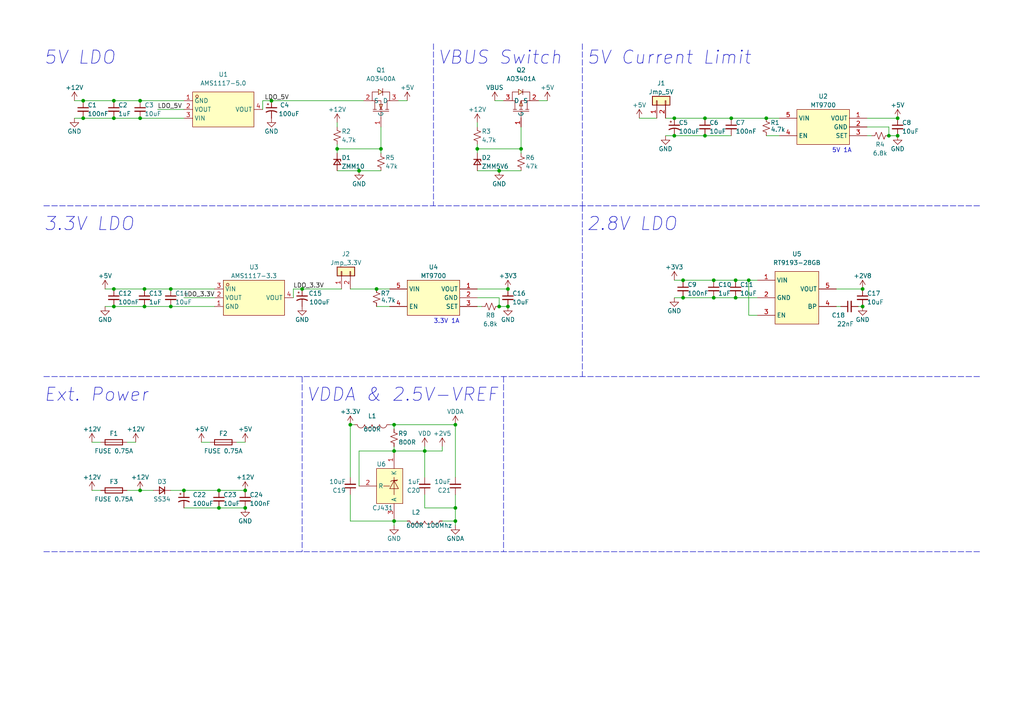
<source format=kicad_sch>
(kicad_sch (version 20211123) (generator eeschema)
  (paper "A4")
  (title_block (title "Power") (date "2022-10-21") (rev "100") (company "A. Chen") (comment 1 "CCTV3_F407ZET_REV100"))
  (lib_symbols
    (symbol "Connector_Generic:Conn_01x02" (pin_names (offset 1.016) hide)
      (property "Reference" "J" (at 0 2.54 0))
      (property "Value" "Conn_01x02" (at 0 -5.08 0))
      (symbol "Conn_01x02_1_1"
        (rectangle (start -1.27 -2.413) (end 0 -2.667) (stroke (width 0.1524)))
        (rectangle (start -1.27 0.127) (end 0 -0.127) (stroke (width 0.1524)))
        (rectangle (start -1.27 1.27) (end 1.27 -3.81) (stroke (width 0.254)) (fill (type background)))
        (pin passive line (at -5.08 0 0) (length 3.81) (name "Pin_1") (number "1"))
        (pin passive line (at -5.08 -2.54 0) (length 3.81) (name "Pin_2") (number "2"))
      )
    )
    (symbol "Device:D_Small" (pin_numbers hide) (pin_names (offset 0.254) hide)
      (property "Reference" "D" (at -1.27 2.032 0))
      (property "Value" "D_Small" (at -3.81 -2.032 0))
      (symbol "D_Small_0_1"
        (polyline (pts (xy -0.762 -1.016) (xy -0.762 1.016)) (stroke (width 0.254)))
        (polyline (pts (xy -0.762 0) (xy 0.762 0)))
        (polyline (pts (xy 0.762 -1.016) (xy -0.762 0) (xy 0.762 1.016) (xy 0.762 -1.016)) (stroke (width 0.254)))
      )
      (symbol "D_Small_1_1"
        (pin passive line (at -2.54 0 0) (length 1.778) (name "K") (number "1"))
        (pin passive line (at 2.54 0 180) (length 1.778) (name "A") (number "2"))
      )
    )
    (symbol "Device:D_Zener_Small" (pin_numbers hide) (pin_names (offset 0.254) hide)
      (property "Reference" "D" (at 0 2.286 0))
      (property "Value" "D_Zener_Small" (at 0 -2.286 0))
      (symbol "D_Zener_Small_0_1"
        (polyline (pts (xy 0.762 0) (xy -0.762 0)))
        (polyline (pts (xy -0.254 1.016) (xy -0.762 1.016) (xy -0.762 -1.016)) (stroke (width 0.254)))
        (polyline (pts (xy 0.762 1.016) (xy -0.762 0) (xy 0.762 -1.016) (xy 0.762 1.016)) (stroke (width 0.254)))
      )
      (symbol "D_Zener_Small_1_1"
        (pin passive line (at -2.54 0 0) (length 1.778) (name "K") (number "1"))
        (pin passive line (at 2.54 0 180) (length 1.778) (name "A") (number "2"))
      )
    )
    (symbol "Device:Fuse" (pin_numbers hide) (pin_names (offset 0))
      (property "Reference" "F" (at 2.032 0 90))
      (property "Value" "Fuse" (at -1.905 0 90))
      (symbol "Fuse_0_1"
        (rectangle (start -0.762 -2.54) (end 0.762 2.54) (stroke (width 0.254)))
        (polyline (pts (xy 0 2.54) (xy 0 -2.54)))
      )
      (symbol "Fuse_1_1"
        (pin passive line (at 0 3.81 270) (length 1.27) (name "~") (number "1"))
        (pin passive line (at 0 -3.81 90) (length 1.27) (name "~") (number "2"))
      )
    )
    (symbol "lcsc_parts:AMS1117-3.3"
      (property "Reference" "U" (at 0 7.62 0))
      (property "Value" "AMS1117-3.3" (at 0 -7.62 0))
      (symbol "AMS1117-3.3_0_1"
        (rectangle (start -8.89 5.08) (end 8.89 -5.08) (fill (type background)))
        (circle (center -7.62 3.81) (radius 0.38))
        (pin unspecified line (at -11.43 -2.54 0) (length 2.54) (name "GND") (number "1"))
        (pin unspecified line (at -11.43 0 0) (length 2.54) (name "VOUT") (number "2"))
        (pin unspecified line (at -11.43 2.54 0) (length 2.54) (name "VIN") (number "3"))
        (pin unspecified line (at 11.43 0 180) (length 2.54) (name "VOUT") (number "4"))
      )
    )
    (symbol "lcsc_parts:AMS1117-5.0"
      (property "Reference" "U" (at 0 7.62 0))
      (property "Value" "AMS1117-5.0" (at 0 -7.62 0))
      (symbol "AMS1117-5.0_0_1"
        (rectangle (start -8.89 5.08) (end 8.89 -5.08) (fill (type background)))
        (circle (center -7.62 3.81) (radius 0.38))
        (pin unspecified line (at -11.43 2.54 0) (length 2.54) (name "GND") (number "1"))
        (pin unspecified line (at -11.43 0 0) (length 2.54) (name "VOUT") (number "2"))
        (pin unspecified line (at -11.43 -2.54 0) (length 2.54) (name "VIN") (number "3"))
        (pin unspecified line (at 11.43 0 180) (length 2.54) (name "VOUT") (number "4"))
      )
    )
    (symbol "lcsc_parts:AO3400A"
      (property "Reference" "Q" (at 0 10.16 0))
      (property "Value" "AO3400A" (at 0 -10.16 0))
      (symbol "AO3400A_0_1"
        (polyline (pts (xy -2.54 0) (xy -0.51 0)))
        (polyline (pts (xy -0.51 2.29) (xy -0.51 -2.29)))
        (polyline (pts (xy 0 -2.29) (xy 0 -1.27)))
        (polyline (pts (xy 0 -0.51) (xy 0 0.51)))
        (polyline (pts (xy 0 2.29) (xy 0 1.27)))
        (polyline (pts (xy 2.54 -1.78) (xy 0 -1.78)))
        (polyline (pts (xy 0 0) (xy 1.52 -0.51) (xy 1.52 0.51) (xy 0 0)) (fill (type background)))
        (polyline (pts (xy 5.08 0.51) (xy 4.32 -0.76) (xy 5.84 -0.76) (xy 5.08 0.51)) (fill (type background)))
        (polyline (pts (xy 6.1 0.51) (xy 5.59 0.51) (xy 4.57 0.51) (xy 4.06 0.51)))
        (polyline (pts (xy 0 0) (xy 2.54 0) (xy 2.54 -2.54) (xy 5.08 -2.54) (xy 5.08 -0.76)))
        (polyline (pts (xy 0 1.78) (xy 2.54 1.78) (xy 2.54 2.54) (xy 5.08 2.54) (xy 5.08 0.51)))
        (pin unspecified line (at -5.08 0 0) (length 2.54) (name "G") (number "1"))
        (pin unspecified line (at 2.54 -5.08 90) (length 2.54) (name "S") (number "2"))
        (pin unspecified line (at 2.54 5.08 270) (length 2.54) (name "D") (number "3"))
      )
    )
    (symbol "lcsc_parts:AO3401A"
      (property "Reference" "Q" (at 0 10.16 0))
      (property "Value" "AO3401A" (at 0 -10.16 0))
      (symbol "AO3401A_0_1"
        (polyline (pts (xy -2.54 0) (xy -0.51 0)))
        (polyline (pts (xy -0.51 2.29) (xy -0.51 -2.29)))
        (polyline (pts (xy 0 -2.29) (xy 0 -1.27)))
        (polyline (pts (xy 0 -0.51) (xy 0 0.51)))
        (polyline (pts (xy 0 1.27) (xy 0 2.29)))
        (polyline (pts (xy 2.54 -1.78) (xy 0 -1.78)))
        (polyline (pts (xy 2.54 1.78) (xy 0 1.78)))
        (polyline (pts (xy 0 0) (xy 2.54 0) (xy 2.54 -2.54)))
        (polyline (pts (xy 2.54 -2.54) (xy 5.08 -2.54) (xy 5.08 -0.51)))
        (polyline (pts (xy 2.54 0) (xy 1.02 0.51) (xy 1.02 -0.51) (xy 2.54 0)) (fill (type background)))
        (polyline (pts (xy 2.54 1.78) (xy 2.54 2.54) (xy 5.08 2.54) (xy 5.08 0.76)))
        (polyline (pts (xy 5.08 -0.51) (xy 5.84 0.76) (xy 4.32 0.76) (xy 5.08 -0.51)) (fill (type background)))
        (polyline (pts (xy 5.84 -0.51) (xy 5.59 -0.51) (xy 4.57 -0.51) (xy 4.32 -0.51)))
        (pin unspecified line (at -5.08 0 0) (length 2.54) (name "G") (number "1"))
        (pin unspecified line (at 2.54 -5.08 90) (length 2.54) (name "S") (number "2"))
        (pin unspecified line (at 2.54 5.08 270) (length 2.54) (name "D") (number "3"))
      )
    )
    (symbol "lcsc_parts:CJ431_C3113"
      (property "Reference" "U" (at 0 15.24 0))
      (property "Value" "CJ431_C3113" (at 0 -15.24 0))
      (symbol "CJ431_C3113_0_1"
        (rectangle (start -1.27 5.08) (end 6.35 -5.08) (fill (type background)))
        (polyline (pts (xy 0.76 0) (xy 2.54 0) (xy 0.76 0)) (fill (type background)))
        (polyline (pts (xy 3.05 1.52) (xy 2.79 1.27) (xy 3.05 1.52)) (fill (type background)))
        (polyline (pts (xy 3.81 2.54) (xy 3.81 -2.54) (xy 3.81 2.54)) (fill (type background)))
        (polyline (pts (xy 3.05 1.52) (xy 4.57 1.52) (xy 4.83 1.78) (xy 3.05 1.52)) (fill (type background)))
        (polyline (pts (xy 3.81 1.52) (xy 2.54 -0.76) (xy 5.08 -0.76) (xy 3.81 1.52) (xy 3.81 1.52)) (fill (type background)))
        (pin unspecified line (at 3.81 10.16 270) (length 5.08) (name "K") (number "1"))
        (pin unspecified line (at -6.35 0 0) (length 5.08) (name "R") (number "2"))
        (pin unspecified line (at 3.81 -10.16 90) (length 5.08) (name "A") (number "3"))
      )
    )
    (symbol "lcsc_parts:Cap" (pin_numbers hide) (pin_names (offset 0.254) hide)
      (property "Reference" "C" (at 0.254 1.778 0))
      (property "Value" "Cap" (at 0.254 -2.032 0))
      (symbol "Cap_0_1"
        (polyline (pts (xy -1.524 -0.508) (xy 1.524 -0.508)) (stroke (width 0.3302)))
        (polyline (pts (xy -1.524 0.508) (xy 1.524 0.508)) (stroke (width 0.3048)))
      )
      (symbol "Cap_1_1"
        (pin passive line (at 0 2.54 270) (length 2.032) (name "~") (number "1"))
        (pin passive line (at 0 -2.54 90) (length 2.032) (name "~") (number "2"))
      )
    )
    (symbol "lcsc_parts:Cap_Polarized" (pin_numbers hide) (pin_names (offset 0.254) hide)
      (property "Reference" "C" (at 0.254 1.778 0))
      (property "Value" "Cap_Polarized" (at 0.254 -2.032 0))
      (symbol "Cap_Polarized_0_1"
        (polyline (pts (xy -1.524 0.508) (xy 1.524 0.508)) (stroke (width 0.3048)))
        (polyline (pts (xy -1.27 1.524) (xy -0.762 1.524)))
        (polyline (pts (xy -1.016 1.27) (xy -1.016 1.778)))
        (arc (start 1.524 -0.762) (mid 0 -0.3734) (end -1.524 -0.762) (stroke (width 0.3048)))
      )
      (symbol "Cap_Polarized_1_1"
        (pin passive line (at 0 2.54 270) (length 2.032) (name "~") (number "1"))
        (pin passive line (at 0 -2.54 90) (length 2.032) (name "~") (number "2"))
      )
    )
    (symbol "lcsc_parts:GZ1608D601TF" (pin_numbers hide) (pin_names hide)
      (property "Reference" "L" (at 0 5.08 0))
      (property "Value" "GZ1608D601TF" (at 0 -5.08 0))
      (symbol "GZ1608D601TF_0_1"
        (arc (start -4.29 -0.02) (mid -2.52 -0.79) (end -2.27 -0.02))
        (arc (start -2.13 -0.02) (mid -0.36 -0.79) (end -0.11 -0.02))
        (arc (start 0.02 -0.02) (mid 1.79 -0.79) (end 2.04 -0.02))
        (arc (start 2.21 -0.02) (mid 3.3 -1.12) (end 4.23 -0.02))
        (pin unspecified line (at -5.08 0 0) (length 0.762) (name "1") (number "1"))
        (pin unspecified line (at 5.08 0 180) (length 0.762) (name "2") (number "2"))
      )
    )
    (symbol "lcsc_parts:MT9700"
      (property "Reference" "U" (at 0 7.62 0))
      (property "Value" "MT9700" (at 0 -7.62 0))
      (symbol "MT9700_0_1"
        (rectangle (start -7.62 5.08) (end 7.62 -5.08) (fill (type background)))
        (pin unspecified line (at -12.7 -2.54 0) (length 5.08) (name "VOUT") (number "1"))
        (pin unspecified line (at -12.7 0 0) (length 5.08) (name "GND") (number "2"))
        (pin unspecified line (at -12.7 2.54 0) (length 5.08) (name "SET") (number "3"))
        (pin unspecified line (at 12.7 2.54 180) (length 5.08) (name "EN") (number "4"))
        (pin unspecified line (at 12.7 -2.54 180) (length 5.08) (name "VIN") (number "5"))
      )
    )
    (symbol "lcsc_parts:RT9193-28GB"
      (property "Reference" "U" (at 0 10.16 0))
      (property "Value" "RT9193-28GB" (at 0 -10.16 0))
      (symbol "RT9193-28GB_0_1"
        (rectangle (start -6.35 7.62) (end 6.35 -7.62) (fill (type background)))
        (pin unspecified line (at -11.43 5.08 0) (length 5.08) (name "VIN") (number "1"))
        (pin unspecified line (at -11.43 0 0) (length 5.08) (name "GND") (number "2"))
        (pin unspecified line (at -11.43 -5.08 0) (length 5.08) (name "EN") (number "3"))
        (pin unspecified line (at 11.43 -2.54 180) (length 5.08) (name "BP") (number "4"))
        (pin unspecified line (at 11.43 2.54 180) (length 5.08) (name "VOUT") (number "5"))
      )
    )
    (symbol "lcsc_parts:Res" (pin_numbers hide) (pin_names (offset 0.254) hide)
      (property "Reference" "R" (at 0.762 0.508 0))
      (property "Value" "Res" (at 0.762 -1.016 0))
      (symbol "Res_1_1"
        (polyline (pts (xy 0 0) (xy 1.016 -0.381) (xy 0 -0.762) (xy -1.016 -1.143) (xy 0 -1.524)))
        (polyline (pts (xy 0 1.524) (xy 1.016 1.143) (xy 0 0.762) (xy -1.016 0.381) (xy 0 0)))
        (pin passive line (at 0 2.54 270) (length 1.016) (name "~") (number "1"))
        (pin passive line (at 0 -2.54 90) (length 1.016) (name "~") (number "2"))
      )
    )
    (symbol "power:+12V" (power) (pin_names (offset 0))
      (property "Value" "+12V" (at 0 3.556 0))
      (symbol "+12V_0_1"
        (polyline (pts (xy -0.762 1.27) (xy 0 2.54)))
        (polyline (pts (xy 0 0) (xy 0 2.54)))
        (polyline (pts (xy 0 2.54) (xy 0.762 1.27)))
      )
      (symbol "+12V_1_1"
        (pin power_in line (at 0 0 90) (length 0) hide (name "+12V") (number "1"))
      )
    )
    (symbol "power:+12VIN" (power) (pin_names (offset 0))
      (property "Value" "+12VIN" (at 0 3.556 0))
      (symbol "+12VIN_0_1"
        (polyline (pts (xy -0.762 1.27) (xy 0 2.54)))
        (polyline (pts (xy 0 0) (xy 0 2.54)))
        (polyline (pts (xy 0 2.54) (xy 0.762 1.27)))
      )
      (symbol "+12VIN_1_1"
        (pin power_in line (at 0 0 90) (length 0) hide (name "+12V") (number "1"))
      )
    )
    (symbol "power:+12V_DC" (power) (pin_names (offset 0))
      (property "Value" "+12V_DC" (at 0 3.556 0))
      (symbol "+12V_DC_0_1"
        (polyline (pts (xy -0.762 1.27) (xy 0 2.54)))
        (polyline (pts (xy 0 0) (xy 0 2.54)))
        (polyline (pts (xy 0 2.54) (xy 0.762 1.27)))
      )
      (symbol "+12V_DC_1_1"
        (pin power_in line (at 0 0 90) (length 0) hide (name "+12V") (number "1"))
      )
    )
    (symbol "power:+2V5" (power) (pin_names (offset 0))
      (property "Value" "+2V5" (at 0 3.556 0))
      (symbol "+2V5_0_1"
        (polyline (pts (xy -0.762 1.27) (xy 0 2.54)))
        (polyline (pts (xy 0 0) (xy 0 2.54)))
        (polyline (pts (xy 0 2.54) (xy 0.762 1.27)))
      )
      (symbol "+2V5_1_1"
        (pin power_in line (at 0 0 90) (length 0) hide (name "+2V5") (number "1"))
      )
    )
    (symbol "power:+2V8" (power) (pin_names (offset 0))
      (property "Value" "+2V8" (at 0 3.556 0))
      (symbol "+2V8_0_1"
        (polyline (pts (xy -0.762 1.27) (xy 0 2.54)))
        (polyline (pts (xy 0 0) (xy 0 2.54)))
        (polyline (pts (xy 0 2.54) (xy 0.762 1.27)))
      )
      (symbol "+2V8_1_1"
        (pin power_in line (at 0 0 90) (length 0) hide (name "+2V8") (number "1"))
      )
    )
    (symbol "power:+3.3V" (power) (pin_names (offset 0))
      (property "Value" "+3.3V" (at 0 3.556 0))
      (symbol "+3.3V_0_1"
        (polyline (pts (xy -0.762 1.27) (xy 0 2.54)))
        (polyline (pts (xy 0 0) (xy 0 2.54)))
        (polyline (pts (xy 0 2.54) (xy 0.762 1.27)))
      )
      (symbol "+3.3V_1_1"
        (pin power_in line (at 0 0 90) (length 0) hide (name "+3.3V") (number "1"))
      )
    )
    (symbol "power:+3V3" (power) (pin_names (offset 0))
      (property "Value" "+3V3" (at 0 3.556 0))
      (symbol "+3V3_0_1"
        (polyline (pts (xy -0.762 1.27) (xy 0 2.54)))
        (polyline (pts (xy 0 0) (xy 0 2.54)))
        (polyline (pts (xy 0 2.54) (xy 0.762 1.27)))
      )
      (symbol "+3V3_1_1"
        (pin power_in line (at 0 0 90) (length 0) hide (name "+3V3") (number "1"))
      )
    )
    (symbol "power:+5V" (power) (pin_names (offset 0))
      (property "Value" "+5V" (at 0 3.556 0))
      (symbol "+5V_0_1"
        (polyline (pts (xy -0.762 1.27) (xy 0 2.54)))
        (polyline (pts (xy 0 0) (xy 0 2.54)))
        (polyline (pts (xy 0 2.54) (xy 0.762 1.27)))
      )
      (symbol "+5V_1_1"
        (pin power_in line (at 0 0 90) (length 0) hide (name "+5V") (number "1"))
      )
    )
    (symbol "power:+5VIN" (power) (pin_names (offset 0))
      (property "Value" "+5VIN" (at 0 3.556 0))
      (symbol "+5VIN_0_1"
        (polyline (pts (xy -0.762 1.27) (xy 0 2.54)))
        (polyline (pts (xy 0 0) (xy 0 2.54)))
        (polyline (pts (xy 0 2.54) (xy 0.762 1.27)))
      )
      (symbol "+5VIN_1_1"
        (pin power_in line (at 0 0 90) (length 0) hide (name "+5V") (number "1"))
      )
    )
    (symbol "power:+5V_POE" (power) (pin_names (offset 0))
      (property "Value" "+5V_POE" (at 0 3.556 0))
      (symbol "+5V_POE_0_1"
        (polyline (pts (xy -0.762 1.27) (xy 0 2.54)))
        (polyline (pts (xy 0 0) (xy 0 2.54)))
        (polyline (pts (xy 0 2.54) (xy 0.762 1.27)))
      )
      (symbol "+5V_POE_1_1"
        (pin power_in line (at 0 0 90) (length 0) hide (name "+5V") (number "1"))
      )
    )
    (symbol "power:12V_POE" (power) (pin_names (offset 0))
      (property "Value" "12V_POE" (at 0 3.556 0))
      (symbol "12V_POE_0_1"
        (polyline (pts (xy -0.762 1.27) (xy 0 2.54)))
        (polyline (pts (xy 0 0) (xy 0 2.54)))
        (polyline (pts (xy 0 2.54) (xy 0.762 1.27)))
      )
      (symbol "12V_POE_1_1"
        (pin power_in line (at 0 0 90) (length 0) hide (name "+12V") (number "1"))
      )
    )
    (symbol "power:GND" (power) (pin_names (offset 0))
      (property "Value" "GND" (at 0 -3.81 0))
      (symbol "GND_0_1"
        (polyline (pts (xy 0 0) (xy 0 -1.27) (xy 1.27 -1.27) (xy 0 -2.54) (xy -1.27 -1.27) (xy 0 -1.27)))
      )
      (symbol "GND_1_1"
        (pin power_in line (at 0 0 270) (length 0) hide (name "GND") (number "1"))
      )
    )
    (symbol "power:GNDA" (power) (pin_names (offset 0))
      (property "Value" "GNDA" (at 0 -3.81 0))
      (symbol "GNDA_0_1"
        (polyline (pts (xy 0 0) (xy 0 -1.27) (xy 1.27 -1.27) (xy 0 -2.54) (xy -1.27 -1.27) (xy 0 -1.27)))
      )
      (symbol "GNDA_1_1"
        (pin power_in line (at 0 0 270) (length 0) hide (name "GNDA") (number "1"))
      )
    )
    (symbol "power:VBUS" (power) (pin_names (offset 0))
      (property "Value" "VBUS" (at 0 3.81 0))
      (symbol "VBUS_0_1"
        (polyline (pts (xy -0.762 1.27) (xy 0 2.54)))
        (polyline (pts (xy 0 0) (xy 0 2.54)))
        (polyline (pts (xy 0 2.54) (xy 0.762 1.27)))
      )
      (symbol "VBUS_1_1"
        (pin power_in line (at 0 0 90) (length 0) hide (name "VBUS") (number "1"))
      )
    )
    (symbol "power:VDDA" (power) (pin_names (offset 0))
      (property "Value" "VDDA" (at 0 3.81 0))
      (symbol "VDDA_0_1"
        (polyline (pts (xy -0.762 1.27) (xy 0 2.54)))
        (polyline (pts (xy 0 0) (xy 0 2.54)))
        (polyline (pts (xy 0 2.54) (xy 0.762 1.27)))
      )
      (symbol "VDDA_1_1"
        (pin power_in line (at 0 0 90) (length 0) hide (name "VDDA") (number "1"))
      )
    )
    (symbol "power:VREF" (power) (pin_names (offset 0))
      (property "Value" "VREF" (at 0 3.81 0))
      (symbol "VREF_0_1"
        (polyline (pts (xy -0.762 1.27) (xy 0 2.54)))
        (polyline (pts (xy 0 0) (xy 0 2.54)))
        (polyline (pts (xy 0 2.54) (xy 0.762 1.27)))
      )
      (symbol "VREF_1_1"
        (pin power_in line (at 0 0 90) (length 0) hide (name "VDD") (number "1"))
      )
    )
  )
  (junction (at 198.12 81.28))
  (junction (at 144.78 49.53))
  (junction (at 114.3 151.13))
  (junction (at 40.64 34.29))
  (junction (at 204.47 34.29))
  (junction (at 78.74 29.21))
  (junction (at 213.36 86.36))
  (junction (at 147.32 83.82))
  (junction (at 87.63 83.82))
  (junction (at 33.02 29.21))
  (junction (at 132.08 151.13))
  (junction (at 40.64 142.24))
  (junction (at 41.91 88.9))
  (junction (at 195.58 34.29))
  (junction (at 63.5 142.24))
  (junction (at 151.13 43.18))
  (junction (at 71.12 147.32))
  (junction (at 260.35 34.29))
  (junction (at 212.09 34.29))
  (junction (at 40.64 29.21))
  (junction (at 109.22 83.82))
  (junction (at 63.5 147.32))
  (junction (at 49.53 83.82))
  (junction (at 97.79 43.18))
  (junction (at 24.13 29.21))
  (junction (at 207.01 86.36))
  (junction (at 195.58 39.37))
  (junction (at 101.6 123.19))
  (junction (at 204.47 39.37))
  (junction (at 250.19 88.9))
  (junction (at 147.32 88.9))
  (junction (at 250.19 83.82))
  (junction (at 132.08 123.19))
  (junction (at 114.3 123.19))
  (junction (at 222.25 34.29))
  (junction (at 24.13 34.29))
  (junction (at 114.3 130.81))
  (junction (at 41.91 83.82))
  (junction (at 132.08 147.32))
  (junction (at 260.35 39.37))
  (junction (at 257.81 39.37))
  (junction (at 123.19 130.81))
  (junction (at 53.34 142.24))
  (junction (at 217.17 81.28))
  (junction (at 71.12 142.24))
  (junction (at 33.02 83.82))
  (junction (at 104.14 49.53))
  (junction (at 144.78 88.9))
  (junction (at 138.43 43.18))
  (junction (at 49.53 88.9))
  (junction (at 33.02 34.29))
  (junction (at 207.01 81.28))
  (junction (at 198.12 86.36))
  (junction (at 213.36 81.28))
  (junction (at 110.49 43.18))
  (junction (at 33.02 88.9))
  (wire (pts (xy 138.43 86.36) (xy 144.78 86.36)))
  (wire (pts (xy 97.79 49.53) (xy 104.14 49.53)))
  (wire (pts (xy 138.43 43.18) (xy 138.43 41.91)))
  (wire (pts (xy 97.79 43.18) (xy 97.79 41.91)))
  (wire (pts (xy 207.01 81.28) (xy 213.36 81.28)))
  (wire (pts (xy 193.04 39.37) (xy 195.58 39.37)))
  (wire (pts (xy 114.3 123.19) (xy 114.3 124.46)))
  (wire (pts (xy 198.12 81.28) (xy 207.01 81.28)))
  (wire (pts (xy 68.58 128.27) (xy 71.12 128.27)))
  (wire (pts (xy 128.27 151.13) (xy 132.08 151.13)))
  (wire (pts (xy 138.43 49.53) (xy 144.78 49.53)))
  (wire (pts (xy 252.73 39.37) (xy 251.46 39.37)))
  (wire (pts (xy 217.17 91.44) (xy 219.71 91.44)))
  (wire (pts (xy 76.2 31.75) (xy 76.2 29.21)))
  (wire (pts (xy 193.04 34.29) (xy 195.58 34.29)))
  (wire (pts (xy 143.51 29.21) (xy 146.05 29.21)))
  (wire (pts (xy 113.03 123.19) (xy 114.3 123.19)))
  (wire (pts (xy 49.53 88.9) (xy 62.23 88.9)))
  (wire (pts (xy 30.48 83.82) (xy 33.02 83.82)))
  (wire (pts (xy 195.58 39.37) (xy 204.47 39.37)))
  (wire (pts (xy 138.43 35.56) (xy 138.43 36.83)))
  (wire (pts (xy 24.13 34.29) (xy 33.02 34.29)))
  (wire (pts (xy 151.13 36.83) (xy 151.13 43.18)))
  (wire (pts (xy 132.08 147.32) (xy 132.08 151.13)))
  (wire (pts (xy 115.57 29.21) (xy 118.11 29.21)))
  (wire (pts (xy 195.58 34.29) (xy 204.47 34.29)))
  (wire (pts (xy 195.58 86.36) (xy 198.12 86.36)))
  (wire (pts (xy 41.91 88.9) (xy 49.53 88.9)))
  (wire (pts (xy 78.74 29.21) (xy 105.41 29.21)))
  (wire (pts (xy 139.7 88.9) (xy 138.43 88.9)))
  (wire (pts (xy 222.25 34.29) (xy 226.06 34.29)))
  (wire (pts (xy 123.19 130.81) (xy 128.27 130.81)))
  (wire (pts (xy 123.19 143.51) (xy 123.19 147.32)))
  (wire (pts (xy 123.19 147.32) (xy 132.08 147.32)))
  (wire (pts (xy 144.78 49.53) (xy 151.13 49.53)))
  (wire (pts (xy 123.19 130.81) (xy 123.19 138.43)))
  (wire (pts (xy 251.46 36.83) (xy 257.81 36.83)))
  (wire (pts (xy 251.46 34.29) (xy 260.35 34.29)))
  (wire (pts (xy 101.6 151.13) (xy 114.3 151.13)))
  (wire (pts (xy 185.42 34.29) (xy 190.5 34.29)))
  (wire (pts (xy 257.81 39.37) (xy 260.35 39.37)))
  (wire (pts (xy 97.79 44.45) (xy 97.79 43.18)))
  (wire (pts (xy 132.08 143.51) (xy 132.08 147.32)))
  (wire (pts (xy 123.19 130.81) (xy 114.3 130.81)))
  (wire (pts (xy 24.13 29.21) (xy 33.02 29.21)))
  (wire (pts (xy 101.6 151.13) (xy 101.6 143.51)))
  (wire (pts (xy 21.59 29.21) (xy 24.13 29.21)))
  (wire (pts (xy 114.3 151.13) (xy 118.11 151.13)))
  (wire (pts (xy 198.12 86.36) (xy 207.01 86.36)))
  (wire (pts (xy 195.58 81.28) (xy 198.12 81.28)))
  (wire (pts (xy 132.08 123.19) (xy 132.08 138.43)))
  (wire (pts (xy 114.3 123.19) (xy 132.08 123.19)))
  (wire (pts (xy 123.19 129.54) (xy 123.19 130.81)))
  (wire (pts (xy 217.17 81.28) (xy 217.17 91.44)))
  (wire (pts (xy 101.6 123.19) (xy 102.87 123.19)))
  (wire (pts (xy 40.64 142.24) (xy 36.83 142.24)))
  (wire (pts (xy 76.2 29.21) (xy 78.74 29.21)))
  (wire (pts (xy 222.25 39.37) (xy 226.06 39.37)))
  (wire (pts (xy 104.14 49.53) (xy 110.49 49.53)))
  (wire (pts (xy 33.02 88.9) (xy 41.91 88.9)))
  (wire (pts (xy 151.13 44.45) (xy 151.13 43.18)))
  (wire (pts (xy 26.67 128.27) (xy 29.21 128.27)))
  (wire (pts (xy 45.72 31.75) (xy 53.34 31.75)))
  (wire (pts (xy 257.81 36.83) (xy 257.81 39.37)))
  (wire (pts (xy 138.43 83.82) (xy 147.32 83.82)))
  (wire (pts (xy 29.21 142.24) (xy 26.67 142.24)))
  (polyline (pts (xy 12.7 59.69) (xy 284.48 59.69)))
  (wire (pts (xy 242.57 83.82) (xy 250.19 83.82)))
  (wire (pts (xy 53.34 142.24) (xy 63.5 142.24)))
  (wire (pts (xy 110.49 36.83) (xy 110.49 43.18)))
  (wire (pts (xy 213.36 81.28) (xy 217.17 81.28)))
  (wire (pts (xy 104.14 130.81) (xy 104.14 140.97)))
  (polyline (pts (xy 168.91 12.7) (xy 168.91 59.69)))
  (polyline (pts (xy 125.73 12.7) (xy 125.73 59.69)))
  (wire (pts (xy 109.22 83.82) (xy 113.03 83.82)))
  (wire (pts (xy 101.6 83.82) (xy 109.22 83.82)))
  (wire (pts (xy 33.02 83.82) (xy 41.91 83.82)))
  (wire (pts (xy 243.84 88.9) (xy 242.57 88.9)))
  (wire (pts (xy 204.47 39.37) (xy 212.09 39.37)))
  (wire (pts (xy 97.79 35.56) (xy 97.79 36.83)))
  (wire (pts (xy 44.45 142.24) (xy 40.64 142.24)))
  (wire (pts (xy 30.48 88.9) (xy 33.02 88.9)))
  (wire (pts (xy 138.43 43.18) (xy 151.13 43.18)))
  (wire (pts (xy 21.59 34.29) (xy 24.13 34.29)))
  (wire (pts (xy 101.6 123.19) (xy 101.6 138.43)))
  (wire (pts (xy 109.22 88.9) (xy 113.03 88.9)))
  (wire (pts (xy 248.92 88.9) (xy 250.19 88.9)))
  (wire (pts (xy 212.09 34.29) (xy 222.25 34.29)))
  (wire (pts (xy 213.36 86.36) (xy 219.71 86.36)))
  (wire (pts (xy 53.34 147.32) (xy 63.5 147.32)))
  (wire (pts (xy 40.64 34.29) (xy 53.34 34.29)))
  (wire (pts (xy 33.02 34.29) (xy 40.64 34.29)))
  (wire (pts (xy 110.49 44.45) (xy 110.49 43.18)))
  (wire (pts (xy 49.53 83.82) (xy 62.23 83.82)))
  (polyline (pts (xy 168.91 59.69) (xy 168.91 109.22)))
  (wire (pts (xy 138.43 44.45) (xy 138.43 43.18)))
  (wire (pts (xy 63.5 147.32) (xy 71.12 147.32)))
  (wire (pts (xy 40.64 29.21) (xy 53.34 29.21)))
  (polyline (pts (xy 12.7 109.22) (xy 284.48 109.22)))
  (wire (pts (xy 85.09 83.82) (xy 87.63 83.82)))
  (wire (pts (xy 156.21 29.21) (xy 158.75 29.21)))
  (wire (pts (xy 207.01 86.36) (xy 213.36 86.36)))
  (wire (pts (xy 58.42 128.27) (xy 60.96 128.27)))
  (wire (pts (xy 204.47 34.29) (xy 212.09 34.29)))
  (wire (pts (xy 128.27 130.81) (xy 128.27 129.54)))
  (wire (pts (xy 217.17 81.28) (xy 219.71 81.28)))
  (wire (pts (xy 39.37 128.27) (xy 36.83 128.27)))
  (wire (pts (xy 53.34 86.36) (xy 62.23 86.36)))
  (polyline (pts (xy 87.63 109.22) (xy 87.63 160.02)))
  (wire (pts (xy 63.5 142.24) (xy 71.12 142.24)))
  (wire (pts (xy 33.02 29.21) (xy 40.64 29.21)))
  (wire (pts (xy 97.79 43.18) (xy 110.49 43.18)))
  (wire (pts (xy 49.53 142.24) (xy 53.34 142.24)))
  (wire (pts (xy 87.63 83.82) (xy 99.06 83.82)))
  (wire (pts (xy 144.78 86.36) (xy 144.78 88.9)))
  (wire (pts (xy 41.91 83.82) (xy 49.53 83.82)))
  (polyline (pts (xy 146.05 109.22) (xy 146.05 160.02)))
  (wire (pts (xy 85.09 86.36) (xy 85.09 83.82)))
  (polyline (pts (xy 12.7 160.02) (xy 284.48 160.02)))
  (wire (pts (xy 114.3 129.54) (xy 114.3 130.81)))
  (wire (pts (xy 132.08 151.13) (xy 132.08 152.4)))
  (wire (pts (xy 114.3 152.4) (xy 114.3 151.13)))
  (wire (pts (xy 104.14 130.81) (xy 114.3 130.81)))
  (wire (pts (xy 144.78 88.9) (xy 147.32 88.9)))
  (text "5V Current Limit" (at 170.18 19.05 0) (effects (font (size 3.81 3.81) italic) (justify left bottom)))
  (text "2.8V LDO" (at 170.18 67.31 0) (effects (font (size 3.81 3.81) italic) (justify left bottom)))
  (text "3.3V 1A" (at 125.73 93.98 0) (effects (font (size 1.27 1.27)) (justify left bottom)))
  (text "5V LDO\n" (at 12.7 19.05 0) (effects (font (size 3.81 3.81) italic) (justify left bottom)))
  (text "VBUS Switch" (at 127 19.05 0) (effects (font (size 3.81 3.81) italic) (justify left bottom)))
  (text "VDDA & 2.5V-VREF" (at 88.9 116.84 0) (effects (font (size 3.81 3.81) italic) (justify left bottom)))
  (text "3.3V LDO" (at 12.7 67.31 0) (effects (font (size 3.81 3.81) italic) (justify left bottom)))
  (text "Ext. Power" (at 12.7 116.84 0) (effects (font (size 3.81 3.81) italic) (justify left bottom)))
  (text "5V 1A" (at 241.3 44.45 0) (effects (font (size 1.27 1.27)) (justify left bottom)))
  (label "LDO_3.3V" (at 53.34 86.36 0))
  (label "LDO_5V" (at 45.72 31.75 0))
  (label "LDO_5V" (at 83.82 29.21 180))
  (label "LDO_3.3V" (at 93.98 83.82 180))
  (symbol (lib_id "Device:D_Zener_Small") (at 97.79 46.99 270) (unit 1)
    (property "Reference" "D1" (at 99.06 45.72 90) (effects (justify left)))
    (property "Value" "ZMM10" (at 99.06 48.26 90) (effects (justify left)))
    (property "Footprint" "lcsc_parts:LL-34_L3.5-W1.5-RD" (effects hide))
    (property "Datasheet" "https://lcsc.com/product-detail/Zener-Diodes_Slkor-SLKORMICRO-Elec-ZMM10_C707201.html" (effects hide))
    (property "Manufacturer" "Slkor(SLKORMICRO Elec.)" (effects hide))
    (property "LCSC Part" "C707201" (effects hide))
    (property "JLC Part" "Extended Part" (effects hide))
  )
  (symbol (lib_id "power:GND") (at 114.3 152.4 0) (unit 1)
    (property "Reference" "#PWR0107" (effects hide))
    (property "Value" "GND" (at 114.3 156.21 0))
  )
  (symbol (lib_id "lcsc_parts:Res") (at 151.13 46.99 180) (unit 1)
    (property "Reference" "R6" (at 152.4 45.72 0) (effects (justify right)))
    (property "Value" "47k" (at 152.4 48.26 0) (effects (justify right)))
    (property "Footprint" "lcsc_parts:R0603" (effects hide))
    (property "LCSC Part" "TBD" (effects hide))
  )
  (symbol (lib_id "lcsc_parts:AMS1117-5.0") (at 64.77 31.75 0) (unit 1)
    (property "Reference" "U1" (at 64.77 21.59 0))
    (property "Value" "AMS1117-5.0" (at 64.77 24.13 0))
    (property "Footprint" "lcsc_parts:SOT-223_L6.5-W3.5-P2.30-LS7.0-BR" (effects hide))
    (property "Datasheet" "https://lcsc.com/product-detail/Low-Dropout-Regulators-LDO_AMS_AMS1117-5-0_AMS1117-5-0_C6187.html" (effects hide))
    (property "Manufacturer" "AMS" (effects hide))
    (property "LCSC Part" "C6187" (effects hide))
    (property "JLC Part" "Basic Part" (effects hide))
  )
  (symbol (lib_id "lcsc_parts:Res") (at 110.49 46.99 180) (unit 1)
    (property "Reference" "R5" (at 111.76 45.72 0) (effects (justify right)))
    (property "Value" "47k" (at 111.76 48.26 0) (effects (justify right)))
    (property "Footprint" "lcsc_parts:R0603" (effects hide))
    (property "LCSC Part" "TBD" (effects hide))
  )
  (symbol (lib_id "power:12V_POE") (at 26.67 128.27 0) (unit 1)
    (property "Reference" "#PWR0117" (effects hide))
    (property "Value" "12V_POE" (at 26.67 124.46 0))
  )
  (symbol (lib_id "lcsc_parts:Cap") (at 246.38 88.9 90) (unit 1)
    (property "Reference" "C18" (at 245.11 91.44 90) (effects (justify left)))
    (property "Value" "22nF" (at 247.65 93.98 90) (effects (justify left)))
    (property "Footprint" "lcsc_parts:C0603" (effects hide))
    (property "Voltage" "50V" (effects hide))
    (property "LCSC Part" "TBD" (effects hide))
  )
  (symbol (lib_id "power:+5VIN") (at 185.42 34.29 0) (unit 1)
    (property "Reference" "#PWR0130" (effects hide))
    (property "Value" "+5VIN" (at 185.42 30.48 0))
  )
  (symbol (lib_id "power:VREF") (at 123.19 129.54 0) (unit 1)
    (property "Reference" "#PWR0110" (effects hide))
    (property "Value" "VREF" (at 123.19 125.73 0))
  )
  (symbol (lib_id "Device:Fuse") (at 64.77 128.27 90) (unit 1)
    (property "Reference" "F2" (at 64.77 125.73 90))
    (property "Value" "FUSE 0.75A" (at 64.77 130.81 90))
    (property "Footprint" "lcsc_parts:F1812" (effects hide))
    (property "Voltage" "33V" (effects hide))
  )
  (symbol (lib_id "lcsc_parts:Cap_Polarized") (at 87.63 86.36 0) (unit 1)
    (property "Reference" "C15" (at 91.44 85.09 0))
    (property "Value" "100uF" (at 92.71 87.63 0))
    (property "Footprint" "lcsc_parts:CAP-SMD_L3.5-W2.8" (effects hide))
    (property "Datasheet" "https://lcsc.com/product-detail/Tantalum-Capacitors_AVX_TAJB107K006RNJ_100uF-107-10-6-3V_C16133.html" (effects hide))
    (property "Manufacturer" "AVX" (effects hide))
    (property "LCSC Part" "TBD" (effects hide))
    (property "JLC Part" "Basic Part" (effects hide))
    (property "Voltage" "6.3V Tantalum" (effects hide))
  )
  (symbol (lib_id "lcsc_parts:Cap") (at 132.08 140.97 180) (unit 1)
    (property "Reference" "C21" (at 130.81 142.24 0) (effects (justify left)))
    (property "Value" "10uF" (at 130.81 139.7 0) (effects (justify left)))
    (property "Footprint" "lcsc_parts:C0603" (effects hide))
    (property "Voltage" "16V" (effects hide))
    (property "LCSC Part" "TBD" (effects hide))
  )
  (symbol (lib_id "power:+12V_DC") (at 40.64 142.24 0) (unit 1)
    (property "Reference" "#PWR0114" (effects hide))
    (property "Value" "+12V_DC" (at 40.64 138.43 0))
  )
  (symbol (lib_id "power:GND") (at 250.19 88.9 0) (unit 1)
    (property "Reference" "#PWR0133" (effects hide))
    (property "Value" "GND" (at 250.19 92.71 0))
  )
  (symbol (lib_id "lcsc_parts:Cap") (at 41.91 86.36 0) (unit 1)
    (property "Reference" "C13" (at 43.18 85.09 0) (effects (justify left)))
    (property "Value" "1uF" (at 43.18 87.63 0) (effects (justify left)))
    (property "Footprint" "lcsc_parts:C0603" (effects hide))
    (property "Voltage" "25V" (effects hide))
    (property "LCSC Part" "TBD" (effects hide))
  )
  (symbol (lib_id "power:GNDA") (at 132.08 152.4 0) (unit 1)
    (property "Reference" "#PWR0106" (effects hide))
    (property "Value" "GNDA" (at 132.08 156.21 0))
  )
  (symbol (lib_id "power:+3.3V") (at 101.6 123.19 0) (unit 1)
    (property "Reference" "#PWR0108" (effects hide))
    (property "Value" "+3.3V" (at 101.6 119.38 0))
  )
  (symbol (lib_id "lcsc_parts:Res") (at 142.24 88.9 90) (unit 1)
    (property "Reference" "R8" (at 142.24 91.44 90))
    (property "Value" "6.8k" (at 142.24 93.98 90))
    (property "Footprint" "lcsc_parts:R0603" (effects hide))
    (property "LCSC Part" "TBD" (effects hide))
  )
  (symbol (lib_id "Connector_Generic:Conn_01x02") (at 190.5 29.21 90) (unit 1)
    (property "Reference" "J1" (at 191.77 24.13 90))
    (property "Value" "Jmp_5V" (at 191.77 26.67 90))
    (property "Footprint" "Connector_PinHeader_2.54mm:PinHeader_2x01_P2.54mm_Vertical" (effects hide))
  )
  (symbol (lib_id "power:GND") (at 195.58 86.36 0) (unit 1)
    (property "Reference" "#PWR0136" (effects hide))
    (property "Value" "GND" (at 195.58 90.17 0))
  )
  (symbol (lib_id "power:GND") (at 260.35 39.37 0) (unit 1)
    (property "Reference" "#PWR0132" (effects hide))
    (property "Value" "GND" (at 260.35 43.18 0))
  )
  (symbol (lib_id "lcsc_parts:Cap") (at 33.02 31.75 0) (unit 1)
    (property "Reference" "C2" (at 34.29 30.48 0) (effects (justify left)))
    (property "Value" "1uF" (at 34.29 33.02 0) (effects (justify left)))
    (property "Footprint" "lcsc_parts:C0603" (effects hide))
    (property "Voltage" "25V" (effects hide))
    (property "LCSC Part" "TBD" (effects hide))
  )
  (symbol (lib_id "lcsc_parts:Res") (at 138.43 39.37 180) (unit 1)
    (property "Reference" "R3" (at 139.7 38.1 0) (effects (justify right)))
    (property "Value" "4.7k" (at 139.7 40.64 0) (effects (justify right)))
    (property "Footprint" "lcsc_parts:R0603" (effects hide))
    (property "LCSC Part" "TBD" (effects hide))
  )
  (symbol (lib_id "power:GND") (at 71.12 147.32 0) (unit 1)
    (property "Reference" "#PWR0118" (effects hide))
    (property "Value" "GND" (at 71.12 151.13 0))
  )
  (symbol (lib_id "power:+3V3") (at 195.58 81.28 0) (unit 1)
    (property "Reference" "#PWR0127" (effects hide))
    (property "Value" "+3V3" (at 195.58 77.47 0))
  )
  (symbol (lib_id "lcsc_parts:Res") (at 255.27 39.37 90) (unit 1)
    (property "Reference" "R4" (at 255.27 41.91 90))
    (property "Value" "6.8k" (at 255.27 44.45 90))
    (property "Footprint" "lcsc_parts:R0603" (effects hide))
    (property "LCSC Part" "TBD" (effects hide))
  )
  (symbol (lib_id "lcsc_parts:Cap") (at 123.19 140.97 180) (unit 1)
    (property "Reference" "C20" (at 121.92 142.24 0) (effects (justify left)))
    (property "Value" "1uF" (at 121.92 139.7 0) (effects (justify left)))
    (property "Footprint" "lcsc_parts:C0603" (effects hide))
    (property "Voltage" "16V" (effects hide))
    (property "LCSC Part" "TBD" (effects hide))
  )
  (symbol (lib_id "lcsc_parts:MT9700") (at 125.73 86.36 180) (unit 1)
    (property "Reference" "U4" (at 125.73 77.47 0))
    (property "Value" "MT9700" (at 125.73 80.01 0))
    (property "Footprint" "lcsc_parts:SOT-23-5_L3.0-W1.7-P0.95-LS2.8-BR" (effects hide))
    (property "Datasheet" "https://lcsc.com/product-detail/PMIC-Power-Distribution-Switches_MT9700_C89855.html" (effects hide))
    (property "Manufacturer" "AEROSEMI" (effects hide))
    (property "LCSC Part" "C89855" (effects hide))
    (property "JLC Part" "Extended Part" (effects hide))
  )
  (symbol (lib_id "lcsc_parts:Cap_Polarized") (at 195.58 36.83 0) (unit 1)
    (property "Reference" "C5" (at 196.85 35.56 0) (effects (justify left)))
    (property "Value" "100uF" (at 196.85 38.1 0) (effects (justify left)))
    (property "Footprint" "Capacitor_THT:CP_Radial_D8.0mm_P3.50mm" (effects hide))
    (property "Datasheet" "https://lcsc.com/product-detail/Others_SamYoung-Electronics-NXB-50V100-8-11-5_C350209.html" (effects hide))
    (property "Manufacturer" "SamYoung Electronics" (effects hide))
    (property "LCSC Part" "C350209" (effects hide))
    (property "JLC Part" "Extended Part" (effects hide))
    (property "Voltage" "50V" (effects hide))
  )
  (symbol (lib_id "power:GND") (at 30.48 88.9 0) (unit 1)
    (property "Reference" "#PWR0112" (effects hide))
    (property "Value" "GND" (at 30.48 92.71 0))
  )
  (symbol (lib_id "lcsc_parts:Cap") (at 101.6 140.97 180) (unit 1)
    (property "Reference" "C19" (at 100.33 142.24 0) (effects (justify left)))
    (property "Value" "10uF" (at 100.33 139.7 0) (effects (justify left)))
    (property "Footprint" "lcsc_parts:C0603" (effects hide))
    (property "Voltage" "16V" (effects hide))
    (property "LCSC Part" "TBD" (effects hide))
  )
  (symbol (lib_id "power:VBUS") (at 143.51 29.21 0) (unit 1)
    (property "Reference" "#PWR0124" (effects hide))
    (property "Value" "VBUS" (at 143.51 25.4 0))
  )
  (symbol (lib_id "lcsc_parts:RT9193-28GB") (at 231.14 86.36 0) (unit 1)
    (property "Reference" "U5" (at 231.14 73.66 0))
    (property "Value" "RT9193-28GB" (at 231.14 76.2 0))
    (property "Footprint" "lcsc_parts:SOT-23-5_L3.0-W1.7-P0.95-LS2.8-BR" (effects hide))
    (property "Datasheet" "https://lcsc.com/product-detail/Low-Dropout-Regulators-LDO_RT9193-28GB_C56731.html" (effects hide))
    (property "Manufacturer" "RICHTEK" (effects hide))
    (property "LCSC Part" "C56731" (effects hide))
    (property "JLC Part" "Extended Part" (effects hide))
  )
  (symbol (lib_id "power:+12V_DC") (at 97.79 35.56 0) (unit 1)
    (property "Reference" "#PWR0104" (effects hide))
    (property "Value" "+12V_DC" (at 97.79 31.75 0))
  )
  (symbol (lib_id "lcsc_parts:Cap") (at 250.19 86.36 0) (unit 1)
    (property "Reference" "C17" (at 251.46 85.09 0) (effects (justify left)))
    (property "Value" "10uF" (at 251.46 87.63 0) (effects (justify left)))
    (property "Footprint" "lcsc_parts:C0603" (effects hide))
    (property "Voltage" "16V" (effects hide))
    (property "LCSC Part" "TBD" (effects hide))
  )
  (symbol (lib_id "lcsc_parts:Cap") (at 260.35 36.83 0) (unit 1)
    (property "Reference" "C8" (at 261.62 35.56 0) (effects (justify left)))
    (property "Value" "10uF" (at 261.62 38.1 0) (effects (justify left)))
    (property "Footprint" "lcsc_parts:C0603" (effects hide))
    (property "Voltage" "25V" (effects hide))
    (property "LCSC Part" "TBD" (effects hide))
  )
  (symbol (lib_id "power:VDDA") (at 132.08 123.19 0) (unit 1)
    (property "Reference" "#PWR0105" (effects hide))
    (property "Value" "VDDA" (at 132.08 119.38 0))
  )
  (symbol (lib_id "Connector_Generic:Conn_01x02") (at 99.06 78.74 90) (unit 1)
    (property "Reference" "J2" (at 100.33 73.66 90))
    (property "Value" "Jmp_3.3V" (at 100.33 76.2 90))
    (property "Footprint" "Connector_PinHeader_2.54mm:PinHeader_2x01_P2.54mm_Vertical" (effects hide))
  )
  (symbol (lib_id "Device:D_Zener_Small") (at 138.43 46.99 270) (unit 1)
    (property "Reference" "D2" (at 139.7 45.72 90) (effects (justify left)))
    (property "Value" "ZMM5V6" (at 139.7 48.26 90) (effects (justify left)))
    (property "Footprint" "lcsc_parts:LL-34_L3.5-W1.5-RD" (effects hide))
    (property "Datasheet" "https://lcsc.com/product-detail/Zener-Diodes_ZMM5V6_C8062.html" (effects hide))
    (property "Manufacturer" "SEMTECH" (effects hide))
    (property "LCSC Part" "C8062" (effects hide))
    (property "JLC Part" "Basic Part" (effects hide))
  )
  (symbol (lib_id "lcsc_parts:GZ1608D601TF") (at 123.19 151.13 0) (unit 1)
    (property "Reference" "L2" (at 120.65 148.59 0))
    (property "Value" "600R 100Mhz" (at 124.46 152.4 0))
    (property "Footprint" "lcsc_parts:L0603" (effects hide))
    (property "Datasheet" "https://lcsc.com/product-detail/Ferrite-Beads-And-Chips_600R-25-100MHz_C1002.html" (effects hide))
    (property "Manufacturer" "Sunlord" (effects hide))
    (property "LCSC Part" "C1002" (effects hide))
    (property "JLC Part" "Basic Part" (effects hide))
    (property "Model" "GZ1608D601TF" (effects hide))
  )
  (symbol (lib_id "power:+3V3") (at 147.32 83.82 0) (unit 1)
    (property "Reference" "#PWR0134" (effects hide))
    (property "Value" "+3V3" (at 147.32 80.01 0))
  )
  (symbol (lib_id "power:+5V") (at 260.35 34.29 0) (unit 1)
    (property "Reference" "#PWR0129" (effects hide))
    (property "Value" "+5V" (at 260.35 30.48 0))
  )
  (symbol (lib_id "lcsc_parts:Cap_Polarized") (at 78.74 31.75 0) (unit 1)
    (property "Reference" "C4" (at 82.55 30.48 0))
    (property "Value" "100uF" (at 83.82 33.02 0))
    (property "Footprint" "lcsc_parts:CAP-SMD_L3.5-W2.8" (effects hide))
    (property "Datasheet" "https://lcsc.com/product-detail/Tantalum-Capacitors_AVX_TAJB107K006RNJ_100uF-107-10-6-3V_C16133.html" (effects hide))
    (property "Manufacturer" "AVX" (effects hide))
    (property "LCSC Part" "TBD" (effects hide))
    (property "JLC Part" "Basic Part" (effects hide))
    (property "Voltage" "6.3V Tantalum" (effects hide))
  )
  (symbol (lib_id "lcsc_parts:Cap") (at 71.12 144.78 0) (unit 1)
    (property "Reference" "C24" (at 72.39 143.51 0) (effects (justify left)))
    (property "Value" "100nF" (at 72.39 146.05 0) (effects (justify left)))
    (property "Footprint" "lcsc_parts:C0603" (effects hide))
    (property "Voltage" "50V" (effects hide))
    (property "LCSC Part" "TBD" (effects hide))
  )
  (symbol (lib_id "lcsc_parts:AMS1117-3.3") (at 73.66 86.36 0) (unit 1)
    (property "Reference" "U3" (at 73.66 77.47 0))
    (property "Value" "AMS1117-3.3" (at 73.66 80.01 0))
    (property "Footprint" "lcsc_parts:SOT-223-3_L6.5-W3.4-P2.30-LS7.0-BR" (effects hide))
    (property "Datasheet" "https://lcsc.com/product-detail/Low-Dropout-Regulators-LDO_AMS_AMS1117-3-3_AMS1117-3-3_C6186.html" (effects hide))
    (property "Manufacturer" "AMS" (effects hide))
    (property "LCSC Part" "C6186" (effects hide))
    (property "JLC Part" "Basic Part" (effects hide))
  )
  (symbol (lib_id "lcsc_parts:Cap") (at 40.64 31.75 0) (unit 1)
    (property "Reference" "C3" (at 41.91 30.48 0) (effects (justify left)))
    (property "Value" "10uF" (at 41.91 33.02 0) (effects (justify left)))
    (property "Footprint" "lcsc_parts:C0603" (effects hide))
    (property "Voltage" "25V" (effects hide))
    (property "LCSC Part" "TBD" (effects hide))
  )
  (symbol (lib_id "lcsc_parts:GZ1608D601TF") (at 107.95 123.19 0) (unit 1)
    (property "Reference" "L1" (at 107.95 120.65 0))
    (property "Value" "600R" (at 107.95 124.46 0))
    (property "Footprint" "lcsc_parts:L0603" (effects hide))
    (property "Datasheet" "https://lcsc.com/product-detail/Ferrite-Beads-And-Chips_600R-25-100MHz_C1002.html" (effects hide))
    (property "Manufacturer" "Sunlord" (effects hide))
    (property "LCSC Part" "C1002" (effects hide))
    (property "JLC Part" "Basic Part" (effects hide))
    (property "Model" "GZ1608D601TF" (effects hide))
  )
  (symbol (lib_id "Device:Fuse") (at 33.02 142.24 90) (unit 1)
    (property "Reference" "F3" (at 33.02 139.7 90))
    (property "Value" "FUSE 0.75A" (at 33.02 144.78 90))
    (property "Footprint" "lcsc_parts:F1812" (effects hide))
    (property "Voltage" "33V" (effects hide))
  )
  (symbol (lib_id "power:+5VIN") (at 158.75 29.21 0) (unit 1)
    (property "Reference" "#PWR0126" (effects hide))
    (property "Value" "+5VIN" (at 158.75 25.4 0))
  )
  (symbol (lib_id "lcsc_parts:Cap_Polarized") (at 53.34 144.78 0) (unit 1)
    (property "Reference" "C22" (at 55.88 143.51 0) (effects (justify left)))
    (property "Value" "100uF" (at 55.88 146.05 0) (effects (justify left)))
    (property "Footprint" "Capacitor_THT:CP_Radial_D8.0mm_P3.50mm" (effects hide))
    (property "Datasheet" "https://lcsc.com/product-detail/Others_SamYoung-Electronics-NXB-50V100-8-11-5_C350209.html" (effects hide))
    (property "Manufacturer" "SamYoung Electronics" (effects hide))
    (property "LCSC Part" "C350209" (effects hide))
    (property "JLC Part" "Extended Part" (effects hide))
    (property "Voltage" "50V" (effects hide))
  )
  (symbol (lib_id "power:GND") (at 147.32 88.9 0) (unit 1)
    (property "Reference" "#PWR0135" (effects hide))
    (property "Value" "GND" (at 147.32 92.71 0))
  )
  (symbol (lib_id "power:+12V") (at 71.12 142.24 0) (unit 1)
    (property "Reference" "#PWR0121" (effects hide))
    (property "Value" "+12V" (at 71.12 138.43 0))
  )
  (symbol (lib_id "power:+12V") (at 39.37 128.27 0) (unit 1)
    (property "Reference" "#PWR0116" (effects hide))
    (property "Value" "+12V" (at 39.37 124.46 0))
  )
  (symbol (lib_id "power:+12V") (at 138.43 35.56 0) (unit 1)
    (property "Reference" "#PWR0125" (effects hide))
    (property "Value" "+12V" (at 138.43 31.75 0))
  )
  (symbol (lib_id "lcsc_parts:AO3400A") (at 110.49 31.75 270) (mirror x) (unit 1)
    (property "Reference" "Q1" (at 110.49 20.32 90))
    (property "Value" "AO3400A" (at 110.49 22.86 90))
    (property "Footprint" "lcsc_parts:SOT-23-3_L2.9-W1.6-P1.90-LS2.8-BR" (effects hide))
    (property "Datasheet" "https://lcsc.com/product-detail/MOSFET_AOS_AO3400A_AO3400A_C20917.html" (effects hide))
    (property "Manufacturer" "AOS" (effects hide))
    (property "LCSC Part" "C20917" (effects hide))
    (property "JLC Part" "Basic Part" (effects hide))
  )
  (symbol (lib_id "lcsc_parts:Cap") (at 49.53 86.36 0) (unit 1)
    (property "Reference" "C14" (at 50.8 85.09 0) (effects (justify left)))
    (property "Value" "10uF" (at 50.8 87.63 0) (effects (justify left)))
    (property "Footprint" "lcsc_parts:C0603" (effects hide))
    (property "Voltage" "25V" (effects hide))
    (property "LCSC Part" "TBD" (effects hide))
  )
  (symbol (lib_id "lcsc_parts:Cap") (at 33.02 86.36 0) (unit 1)
    (property "Reference" "C12" (at 34.29 85.09 0) (effects (justify left)))
    (property "Value" "100nF" (at 34.29 87.63 0) (effects (justify left)))
    (property "Footprint" "lcsc_parts:C0603" (effects hide))
    (property "Voltage" "50V" (effects hide))
    (property "LCSC Part" "TBD" (effects hide))
  )
  (symbol (lib_id "power:+12V") (at 21.59 29.21 0) (unit 1)
    (property "Reference" "#PWR0131" (effects hide))
    (property "Value" "+12V" (at 21.59 25.4 0))
  )
  (symbol (lib_id "lcsc_parts:CJ431_C3113") (at 110.49 140.97 0) (unit 1)
    (property "Reference" "U6" (at 109.22 134.62 0) (effects (justify left)))
    (property "Value" "CJ431" (at 107.95 147.32 0) (effects (justify left)))
    (property "Footprint" "lcsc_parts:SOT-23-3_L2.9-W1.6-P1.90-LS2.8-BR" (effects hide))
    (property "Datasheet" "https://lcsc.com/product-detail/Voltage-References_CJ431-0-5_C3113.html" (effects hide))
    (property "Manufacturer" "CJ" (effects hide))
    (property "LCSC Part" "C3113" (effects hide))
    (property "JLC Part" "Basic Part" (effects hide))
  )
  (symbol (lib_id "lcsc_parts:AO3401A") (at 151.13 31.75 90) (unit 1)
    (property "Reference" "Q2" (at 151.13 20.32 90))
    (property "Value" "AO3401A" (at 151.13 22.86 90))
    (property "Footprint" "lcsc_parts:SOT-23_L2.9-W1.3-P1.90-LS2.4-BR" (effects hide))
    (property "Datasheet" "https://lcsc.com/product-detail/MOSFET_AOS_AO3401A_AO3401A_C15127.html" (effects hide))
    (property "Manufacturer" "AOS" (effects hide))
    (property "LCSC Part" "C15127" (effects hide))
    (property "JLC Part" "Basic Part" (effects hide))
  )
  (symbol (lib_id "lcsc_parts:Res") (at 109.22 86.36 0) (unit 1)
    (property "Reference" "R7" (at 111.76 85.09 0))
    (property "Value" "4.7k" (at 110.49 86.36 0) (effects (justify left top)))
    (property "Footprint" "lcsc_parts:R0603" (effects hide))
    (property "LCSC Part" "TBD" (effects hide))
  )
  (symbol (lib_id "power:+5VIN") (at 71.12 128.27 0) (unit 1)
    (property "Reference" "#PWR0119" (effects hide))
    (property "Value" "+5VIN" (at 71.12 124.46 0))
  )
  (symbol (lib_id "lcsc_parts:Res") (at 97.79 39.37 180) (unit 1)
    (property "Reference" "R2" (at 99.06 38.1 0) (effects (justify right)))
    (property "Value" "4.7k" (at 99.06 40.64 0) (effects (justify right)))
    (property "Footprint" "lcsc_parts:R0603" (effects hide))
    (property "LCSC Part" "TBD" (effects hide))
  )
  (symbol (lib_id "power:GND") (at 78.74 34.29 0) (unit 1)
    (property "Reference" "#PWR0103" (effects hide))
    (property "Value" "GND" (at 78.74 38.1 0))
  )
  (symbol (lib_id "power:GND") (at 21.59 34.29 0) (unit 1)
    (property "Reference" "#PWR0111" (effects hide))
    (property "Value" "GND" (at 21.59 38.1 0))
  )
  (symbol (lib_id "power:GND") (at 87.63 88.9 0) (unit 1)
    (property "Reference" "#PWR0102" (effects hide))
    (property "Value" "GND" (at 87.63 92.71 0))
  )
  (symbol (lib_id "lcsc_parts:Cap") (at 198.12 83.82 0) (unit 1)
    (property "Reference" "C9" (at 199.39 82.55 0) (effects (justify left)))
    (property "Value" "100nF" (at 199.39 85.09 0) (effects (justify left)))
    (property "Footprint" "lcsc_parts:C0603" (effects hide))
    (property "Voltage" "25V" (effects hide))
    (property "LCSC Part" "TBD" (effects hide))
  )
  (symbol (lib_id "lcsc_parts:Cap") (at 24.13 31.75 0) (unit 1)
    (property "Reference" "C1" (at 25.4 30.48 0) (effects (justify left)))
    (property "Value" "100nF" (at 25.4 33.02 0) (effects (justify left)))
    (property "Footprint" "lcsc_parts:C0603" (effects hide))
    (property "Voltage" "50V" (effects hide))
    (property "LCSC Part" "TBD" (effects hide))
  )
  (symbol (lib_id "lcsc_parts:Res") (at 222.25 36.83 0) (unit 1)
    (property "Reference" "R1" (at 224.79 35.56 0))
    (property "Value" "4.7k" (at 223.52 36.83 0) (effects (justify left top)))
    (property "Footprint" "lcsc_parts:R0603" (effects hide))
    (property "LCSC Part" "TBD" (effects hide))
  )
  (symbol (lib_id "power:+12VIN") (at 26.67 142.24 0) (unit 1)
    (property "Reference" "#PWR0115" (effects hide))
    (property "Value" "+12VIN" (at 26.67 138.43 0))
  )
  (symbol (lib_id "lcsc_parts:Cap") (at 207.01 83.82 0) (unit 1)
    (property "Reference" "C10" (at 208.28 82.55 0) (effects (justify left)))
    (property "Value" "1uF" (at 208.28 85.09 0) (effects (justify left)))
    (property "Footprint" "lcsc_parts:C0603" (effects hide))
    (property "Voltage" "16V" (effects hide))
    (property "LCSC Part" "TBD" (effects hide))
  )
  (symbol (lib_id "lcsc_parts:Cap") (at 147.32 86.36 0) (unit 1)
    (property "Reference" "C16" (at 148.59 85.09 0) (effects (justify left)))
    (property "Value" "10uF" (at 148.59 87.63 0) (effects (justify left)))
    (property "Footprint" "lcsc_parts:C0603" (effects hide))
    (property "Voltage" "25V" (effects hide))
    (property "LCSC Part" "TBD" (effects hide))
  )
  (symbol (lib_id "lcsc_parts:Cap") (at 212.09 36.83 0) (unit 1)
    (property "Reference" "C7" (at 213.36 35.56 0) (effects (justify left)))
    (property "Value" "100nF" (at 213.36 38.1 0) (effects (justify left)))
    (property "Footprint" "lcsc_parts:C0603" (effects hide))
    (property "Voltage" "50V" (effects hide))
    (property "LCSC Part" "TBD" (effects hide))
  )
  (symbol (lib_id "power:+2V8") (at 250.19 83.82 0) (unit 1)
    (property "Reference" "#PWR0137" (effects hide))
    (property "Value" "+2V8" (at 250.19 80.01 0))
  )
  (symbol (lib_id "power:+5V_POE") (at 58.42 128.27 0) (unit 1)
    (property "Reference" "#PWR0120" (effects hide))
    (property "Value" "+5V_POE" (at 58.42 124.46 0))
  )
  (symbol (lib_id "Device:Fuse") (at 33.02 128.27 90) (unit 1)
    (property "Reference" "F1" (at 33.02 125.73 90))
    (property "Value" "FUSE 0.75A" (at 33.02 130.81 90))
    (property "Footprint" "lcsc_parts:F1812" (effects hide))
    (property "Voltage" "33V" (effects hide))
  )
  (symbol (lib_id "lcsc_parts:MT9700") (at 238.76 36.83 180) (unit 1)
    (property "Reference" "U2" (at 238.76 27.94 0))
    (property "Value" "MT9700" (at 238.76 30.48 0))
    (property "Footprint" "lcsc_parts:SOT-23-5_L3.0-W1.7-P0.95-LS2.8-BR" (effects hide))
    (property "Datasheet" "https://lcsc.com/product-detail/PMIC-Power-Distribution-Switches_MT9700_C89855.html" (effects hide))
    (property "Manufacturer" "AEROSEMI" (effects hide))
    (property "LCSC Part" "C89855" (effects hide))
    (property "JLC Part" "Extended Part" (effects hide))
  )
  (symbol (lib_id "power:+5VIN") (at 118.11 29.21 0) (unit 1)
    (property "Reference" "#PWR0122" (effects hide))
    (property "Value" "+5VIN" (at 118.11 25.4 0))
  )
  (symbol (lib_id "power:+2V5") (at 128.27 129.54 0) (unit 1)
    (property "Reference" "#PWR0109" (effects hide))
    (property "Value" "+2V5" (at 128.27 125.73 0))
  )
  (symbol (lib_id "lcsc_parts:Cap") (at 204.47 36.83 0) (unit 1)
    (property "Reference" "C6" (at 205.74 35.56 0) (effects (justify left)))
    (property "Value" "10uF" (at 205.74 38.1 0) (effects (justify left)))
    (property "Footprint" "lcsc_parts:C0603" (effects hide))
    (property "Voltage" "25V" (effects hide))
    (property "LCSC Part" "TBD" (effects hide))
  )
  (symbol (lib_id "power:+5V") (at 30.48 83.82 0) (unit 1)
    (property "Reference" "#PWR0113" (effects hide))
    (property "Value" "+5V" (at 30.48 80.01 0))
  )
  (symbol (lib_id "power:GND") (at 193.04 39.37 0) (unit 1)
    (property "Reference" "#PWR0128" (effects hide))
    (property "Value" "GND" (at 193.04 43.18 0))
  )
  (symbol (lib_id "power:GND") (at 144.78 49.53 0) (unit 1)
    (property "Reference" "#PWR0123" (effects hide))
    (property "Value" "GND" (at 144.78 53.34 0))
  )
  (symbol (lib_id "lcsc_parts:Res") (at 114.3 127 180) (unit 1)
    (property "Reference" "R9" (at 116.84 125.73 0))
    (property "Value" "800R" (at 118.11 128.27 0))
    (property "Footprint" "lcsc_parts:R0805" (effects hide))
    (property "LCSC Part" "TBD" (effects hide))
  )
  (symbol (lib_id "lcsc_parts:Cap") (at 213.36 83.82 0) (unit 1)
    (property "Reference" "C11" (at 214.63 82.55 0) (effects (justify left)))
    (property "Value" "10uF" (at 214.63 85.09 0) (effects (justify left)))
    (property "Footprint" "lcsc_parts:C0603" (effects hide))
    (property "Voltage" "16V" (effects hide))
    (property "LCSC Part" "TBD" (effects hide))
  )
  (symbol (lib_id "power:GND") (at 104.14 49.53 0) (unit 1)
    (property "Reference" "#PWR0101" (effects hide))
    (property "Value" "GND" (at 104.14 53.34 0))
  )
  (symbol (lib_id "lcsc_parts:Cap") (at 63.5 144.78 0) (unit 1)
    (property "Reference" "C23" (at 64.77 143.51 0) (effects (justify left)))
    (property "Value" "10uF" (at 64.77 146.05 0) (effects (justify left)))
    (property "Footprint" "lcsc_parts:C1206" (effects hide))
    (property "Voltage" "50V" (effects hide))
    (property "LCSC Part" "TBD" (effects hide))
  )
  (symbol (lib_id "Device:D_Small") (at 46.99 142.24 180) (unit 1)
    (property "Reference" "D3" (at 46.99 139.7 0))
    (property "Value" "SS34" (at 46.99 144.78 0))
    (property "Footprint" "lcsc_parts:DO-214AC_L4.3-W2.7-LS5.3-RD" (effects hide))
    (property "Datasheet" "https://lcsc.com/product-detail/Schottky-Barrier-Diodes-SBD_SS34_C8678.html" (effects hide))
    (property "Manufacturer" "MDD" (effects hide))
    (property "LCSC Part" "C8678" (effects hide))
    (property "JLC Part" "Basic Part" (effects hide))
  )
)
</source>
